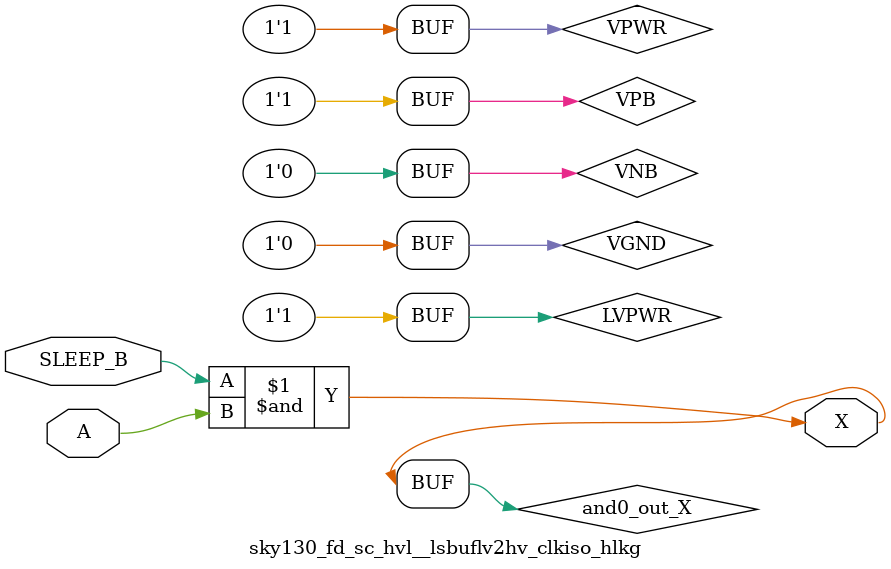
<source format=v>
/*
 * Copyright 2020 The SkyWater PDK Authors
 *
 * Licensed under the Apache License, Version 2.0 (the "License");
 * you may not use this file except in compliance with the License.
 * You may obtain a copy of the License at
 *
 *     https://www.apache.org/licenses/LICENSE-2.0
 *
 * Unless required by applicable law or agreed to in writing, software
 * distributed under the License is distributed on an "AS IS" BASIS,
 * WITHOUT WARRANTIES OR CONDITIONS OF ANY KIND, either express or implied.
 * See the License for the specific language governing permissions and
 * limitations under the License.
 *
 * SPDX-License-Identifier: Apache-2.0
*/


`ifndef SKY130_FD_SC_HVL__LSBUFLV2HV_CLKISO_HLKG_BEHAVIORAL_V
`define SKY130_FD_SC_HVL__LSBUFLV2HV_CLKISO_HLKG_BEHAVIORAL_V

/**
 * lsbuflv2hv_clkiso_hlkg: Level-shift clock buffer, low voltage to
 *                         high voltage, isolated well
 *                         on input buffer, inverting sleep
 *                         mode input.
 *
 * Verilog simulation functional model.
 */

`timescale 1ns / 1ps
`default_nettype none

`celldefine
module sky130_fd_sc_hvl__lsbuflv2hv_clkiso_hlkg (
    X      ,
    A      ,
    SLEEP_B
);

    // Module ports
    output X      ;
    input  A      ;
    input  SLEEP_B;

    // Module supplies
    supply1 VPWR ;
    supply0 VGND ;
    supply1 LVPWR;
    supply1 VPB  ;
    supply0 VNB  ;

    // Local signals
    wire SLEEP     ;
    wire and0_out_X;

    //  Name  Output      Other arguments
    not not0 (SLEEP     , SLEEP_B        );
    and and0 (and0_out_X, SLEEP_B, A     );
    buf buf0 (X         , and0_out_X     );

endmodule
`endcelldefine

`default_nettype wire
`endif  // SKY130_FD_SC_HVL__LSBUFLV2HV_CLKISO_HLKG_BEHAVIORAL_V
</source>
